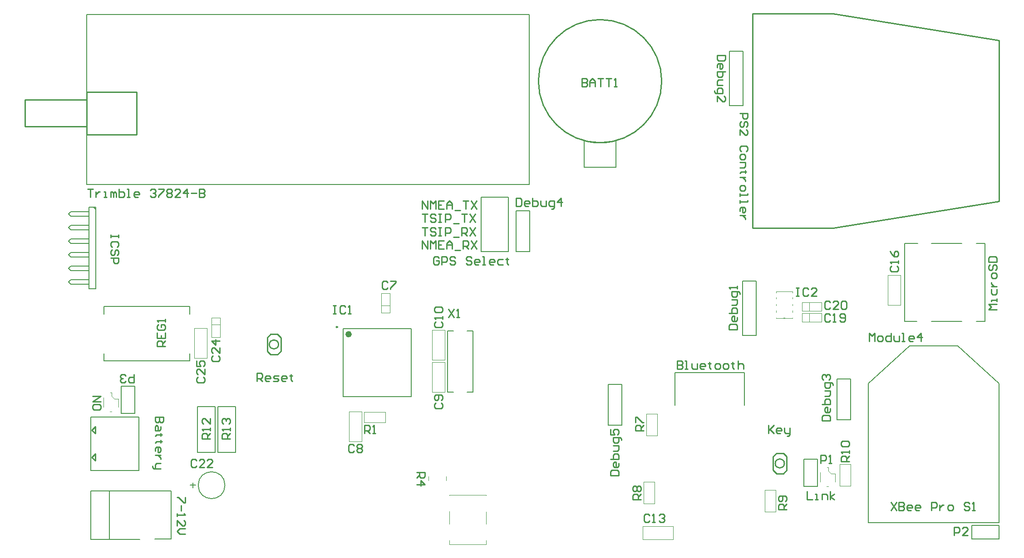
<source format=gto>
%FSLAX25Y25*%
%MOIN*%
G70*
G01*
G75*
G04 Layer_Color=65535*
%ADD10R,0.03150X0.04724*%
%ADD11R,0.06693X0.04921*%
G04:AMPARAMS|DCode=12|XSize=70.87mil|YSize=57.09mil|CornerRadius=0mil|HoleSize=0mil|Usage=FLASHONLY|Rotation=180.000|XOffset=0mil|YOffset=0mil|HoleType=Round|Shape=Octagon|*
%AMOCTAGOND12*
4,1,8,-0.03543,0.01427,-0.03543,-0.01427,-0.02116,-0.02854,0.02116,-0.02854,0.03543,-0.01427,0.03543,0.01427,0.02116,0.02854,-0.02116,0.02854,-0.03543,0.01427,0.0*
%
%ADD12OCTAGOND12*%

G04:AMPARAMS|DCode=13|XSize=59.06mil|YSize=31.5mil|CornerRadius=0mil|HoleSize=0mil|Usage=FLASHONLY|Rotation=180.000|XOffset=0mil|YOffset=0mil|HoleType=Round|Shape=Octagon|*
%AMOCTAGOND13*
4,1,8,-0.02953,0.00787,-0.02953,-0.00787,-0.02165,-0.01575,0.02165,-0.01575,0.02953,-0.00787,0.02953,0.00787,0.02165,0.01575,-0.02165,0.01575,-0.02953,0.00787,0.0*
%
%ADD13OCTAGOND13*%

%ADD14R,0.05906X0.03150*%
G04:AMPARAMS|DCode=15|XSize=70.87mil|YSize=43.31mil|CornerRadius=0mil|HoleSize=0mil|Usage=FLASHONLY|Rotation=270.000|XOffset=0mil|YOffset=0mil|HoleType=Round|Shape=Octagon|*
%AMOCTAGOND15*
4,1,8,-0.01083,-0.03543,0.01083,-0.03543,0.02165,-0.02461,0.02165,0.02461,0.01083,0.03543,-0.01083,0.03543,-0.02165,0.02461,-0.02165,-0.02461,-0.01083,-0.03543,0.0*
%
%ADD15OCTAGOND15*%

%ADD16O,0.05906X0.03937*%
%ADD17R,0.05906X0.03937*%
%ADD18O,0.03937X0.05906*%
%ADD19R,0.04921X0.06693*%
%ADD20R,0.05118X0.04134*%
G04:AMPARAMS|DCode=21|XSize=47.24mil|YSize=39.37mil|CornerRadius=0mil|HoleSize=0mil|Usage=FLASHONLY|Rotation=270.000|XOffset=0mil|YOffset=0mil|HoleType=Round|Shape=Octagon|*
%AMOCTAGOND21*
4,1,8,-0.00984,-0.02362,0.00984,-0.02362,0.01969,-0.01378,0.01969,0.01378,0.00984,0.02362,-0.00984,0.02362,-0.01969,0.01378,-0.01969,-0.01378,-0.00984,-0.02362,0.0*
%
%ADD21OCTAGOND21*%

G04:AMPARAMS|DCode=22|XSize=39.37mil|YSize=25.59mil|CornerRadius=0mil|HoleSize=0mil|Usage=FLASHONLY|Rotation=270.000|XOffset=0mil|YOffset=0mil|HoleType=Round|Shape=Octagon|*
%AMOCTAGOND22*
4,1,8,-0.00640,-0.01969,0.00640,-0.01969,0.01280,-0.01329,0.01280,0.01329,0.00640,0.01969,-0.00640,0.01969,-0.01280,0.01329,-0.01280,-0.01329,-0.00640,-0.01969,0.0*
%
%ADD22OCTAGOND22*%

G04:AMPARAMS|DCode=23|XSize=39.37mil|YSize=19.69mil|CornerRadius=0mil|HoleSize=0mil|Usage=FLASHONLY|Rotation=270.000|XOffset=0mil|YOffset=0mil|HoleType=Round|Shape=Octagon|*
%AMOCTAGOND23*
4,1,8,-0.00492,-0.01969,0.00492,-0.01969,0.00984,-0.01476,0.00984,0.01476,0.00492,0.01969,-0.00492,0.01969,-0.00984,0.01476,-0.00984,-0.01476,-0.00492,-0.01969,0.0*
%
%ADD23OCTAGOND23*%

%ADD24R,0.04134X0.05118*%
%ADD25R,0.07874X0.23622*%
%ADD26R,0.09055X0.04685*%
%ADD27R,0.30299X0.25598*%
%ADD28R,0.04724X0.03150*%
%ADD29R,0.01969X0.09843*%
%ADD30R,0.07874X0.09843*%
%ADD31O,0.00984X0.06102*%
%ADD32O,0.06102X0.00984*%
%ADD33O,0.04134X0.02165*%
%ADD34R,0.04134X0.02165*%
%ADD35C,0.02000*%
%ADD36C,0.01000*%
%ADD37C,0.00787*%
%ADD38C,0.03937*%
%ADD39C,0.01732*%
%ADD40C,0.01181*%
%ADD41C,0.01575*%
%ADD42C,0.19685*%
%ADD43R,0.11811X0.11811*%
%ADD44C,0.11811*%
%ADD45R,0.05906X0.05906*%
%ADD46C,0.05906*%
%ADD47R,0.05906X0.05906*%
%ADD48R,0.06890X0.06890*%
%ADD49C,0.06890*%
%ADD50C,0.06496*%
%ADD51C,0.07874*%
%ADD52O,0.09843X0.07874*%
%ADD53R,0.04921X0.04921*%
%ADD54C,0.04921*%
%ADD55R,0.04724X0.04724*%
%ADD56C,0.04724*%
%ADD57C,0.03937*%
%ADD58C,0.08858*%
%ADD59R,0.08858X0.08858*%
%ADD60C,0.15748*%
%ADD61C,0.05000*%
%ADD62C,0.02701*%
G04:AMPARAMS|DCode=63|XSize=39.37mil|YSize=25.59mil|CornerRadius=0mil|HoleSize=0mil|Usage=FLASHONLY|Rotation=180.000|XOffset=0mil|YOffset=0mil|HoleType=Round|Shape=Octagon|*
%AMOCTAGOND63*
4,1,8,-0.01969,0.00640,-0.01969,-0.00640,-0.01329,-0.01280,0.01329,-0.01280,0.01969,-0.00640,0.01969,0.00640,0.01329,0.01280,-0.01329,0.01280,-0.01969,0.00640,0.0*
%
%ADD63OCTAGOND63*%

G04:AMPARAMS|DCode=64|XSize=39.37mil|YSize=19.69mil|CornerRadius=0mil|HoleSize=0mil|Usage=FLASHONLY|Rotation=180.000|XOffset=0mil|YOffset=0mil|HoleType=Round|Shape=Octagon|*
%AMOCTAGOND64*
4,1,8,-0.01969,0.00492,-0.01969,-0.00492,-0.01476,-0.00984,0.01476,-0.00984,0.01969,-0.00492,0.01969,0.00492,0.01476,0.00984,-0.01476,0.00984,-0.01969,0.00492,0.0*
%
%ADD64OCTAGOND64*%

%ADD65R,0.04724X0.09449*%
%ADD66R,0.04724X0.04724*%
%ADD67R,0.07874X0.07874*%
%ADD68R,0.11000X0.15000*%
%ADD69C,0.02362*%
%ADD70C,0.00984*%
%ADD71C,0.00197*%
%ADD72C,0.00394*%
%ADD73C,0.00591*%
D36*
X423776Y342118D02*
G03*
X423776Y342118I-45276J0D01*
G01*
X366771Y298345D02*
G03*
X390229Y298345I11729J43773D01*
G01*
X513854Y61000D02*
G03*
X513854Y61000I-3354J0D01*
G01*
X142354Y148500D02*
G03*
X142354Y148500I-3354J0D01*
G01*
X508000Y68500D02*
X513000D01*
X505500Y66000D02*
X508000Y68500D01*
X505500Y56000D02*
Y66000D01*
Y56000D02*
X508000Y53500D01*
X513000D01*
X515500Y56000D01*
Y66000D01*
X513000Y68500D02*
X515500Y66000D01*
X1516Y302748D02*
Y334244D01*
X-43760Y308654D02*
Y328339D01*
X1516D01*
X-43760Y308654D02*
X1516D01*
Y334244D02*
X38248D01*
X1516Y302748D02*
X38248D01*
Y334244D01*
X136500Y141000D02*
X141500D01*
X144000Y143500D01*
Y153500D01*
X141500Y156000D02*
X144000Y153500D01*
X136500Y156000D02*
X141500D01*
X134000Y153500D02*
X136500Y156000D01*
X134000Y143500D02*
Y153500D01*
Y143500D02*
X136500Y141000D01*
X5201Y65500D02*
X7701Y63000D01*
Y68000D01*
X5201Y65500D02*
X7701Y68000D01*
X5201Y85500D02*
X7701Y83000D01*
Y88000D01*
X5201Y85500D02*
X7701Y88000D01*
X549425Y391740D02*
X671472Y372055D01*
X490370Y391740D02*
X549425D01*
X490370Y234260D02*
Y391740D01*
Y234260D02*
X549425D01*
X671472Y253945D01*
Y372055D01*
X267274Y174498D02*
X271273Y168500D01*
Y174498D02*
X267274Y168500D01*
X273272D02*
X275271D01*
X274272D01*
Y174498D01*
X273272Y173498D01*
X502000Y88998D02*
Y83000D01*
Y84999D01*
X505999Y88998D01*
X503000Y85999D01*
X505999Y83000D01*
X510997D02*
X508998D01*
X507998Y84000D01*
Y85999D01*
X508998Y86999D01*
X510997D01*
X511997Y85999D01*
Y84999D01*
X507998D01*
X513996Y86999D02*
Y84000D01*
X514996Y83000D01*
X517995D01*
Y82000D01*
X516995Y81001D01*
X515996D01*
X517995Y83000D02*
Y86999D01*
X126500Y121500D02*
Y127498D01*
X129499D01*
X130499Y126498D01*
Y124499D01*
X129499Y123499D01*
X126500D01*
X128499D02*
X130499Y121500D01*
X135497D02*
X133498D01*
X132498Y122500D01*
Y124499D01*
X133498Y125499D01*
X135497D01*
X136497Y124499D01*
Y123499D01*
X132498D01*
X138496Y121500D02*
X141495D01*
X142495Y122500D01*
X141495Y123499D01*
X139496D01*
X138496Y124499D01*
X139496Y125499D01*
X142495D01*
X147493Y121500D02*
X145494D01*
X144494Y122500D01*
Y124499D01*
X145494Y125499D01*
X147493D01*
X148493Y124499D01*
Y123499D01*
X144494D01*
X151492Y126498D02*
Y125499D01*
X150492D01*
X152492D01*
X151492D01*
Y122500D01*
X152492Y121500D01*
X59201Y147000D02*
X53203D01*
Y149999D01*
X54202Y150999D01*
X56202D01*
X57201Y149999D01*
Y147000D01*
Y148999D02*
X59201Y150999D01*
X53203Y156997D02*
Y152998D01*
X59201D01*
Y156997D01*
X56202Y152998D02*
Y154997D01*
X54202Y162995D02*
X53203Y161995D01*
Y159996D01*
X54202Y158996D01*
X58201D01*
X59201Y159996D01*
Y161995D01*
X58201Y162995D01*
X56202D01*
Y160995D01*
X59201Y164994D02*
Y166993D01*
Y165994D01*
X53203D01*
X54202Y164994D01*
X106701Y79000D02*
X100703D01*
Y81999D01*
X101702Y82999D01*
X103702D01*
X104701Y81999D01*
Y79000D01*
Y80999D02*
X106701Y82999D01*
Y84998D02*
Y86997D01*
Y85998D01*
X100703D01*
X101702Y84998D01*
Y89996D02*
X100703Y90996D01*
Y92996D01*
X101702Y93995D01*
X102702D01*
X103702Y92996D01*
Y91996D01*
Y92996D01*
X104701Y93995D01*
X105701D01*
X106701Y92996D01*
Y90996D01*
X105701Y89996D01*
X92201Y79000D02*
X86203D01*
Y81999D01*
X87202Y82999D01*
X89202D01*
X90201Y81999D01*
Y79000D01*
Y80999D02*
X92201Y82999D01*
Y84998D02*
Y86997D01*
Y85998D01*
X86203D01*
X87202Y84998D01*
X92201Y93995D02*
Y89996D01*
X88202Y93995D01*
X87202D01*
X86203Y92996D01*
Y90996D01*
X87202Y89996D01*
X561500Y62500D02*
X555502D01*
Y65499D01*
X556502Y66499D01*
X558501D01*
X559501Y65499D01*
Y62500D01*
Y64499D02*
X561500Y66499D01*
Y68498D02*
Y70497D01*
Y69498D01*
X555502D01*
X556502Y68498D01*
Y73496D02*
X555502Y74496D01*
Y76495D01*
X556502Y77495D01*
X560500D01*
X561500Y76495D01*
Y74496D01*
X560500Y73496D01*
X556502D01*
X515500Y27000D02*
X509502D01*
Y29999D01*
X510502Y30999D01*
X512501D01*
X513501Y29999D01*
Y27000D01*
Y28999D02*
X515500Y30999D01*
X514500Y32998D02*
X515500Y33998D01*
Y35997D01*
X514500Y36997D01*
X510502D01*
X509502Y35997D01*
Y33998D01*
X510502Y32998D01*
X511501D01*
X512501Y33998D01*
Y36997D01*
X408500Y34500D02*
X402502D01*
Y37499D01*
X403502Y38499D01*
X405501D01*
X406501Y37499D01*
Y34500D01*
Y36499D02*
X408500Y38499D01*
X403502Y40498D02*
X402502Y41498D01*
Y43497D01*
X403502Y44497D01*
X404501D01*
X405501Y43497D01*
X406501Y44497D01*
X407500D01*
X408500Y43497D01*
Y41498D01*
X407500Y40498D01*
X406501D01*
X405501Y41498D01*
X404501Y40498D01*
X403502D01*
X405501Y41498D02*
Y43497D01*
X410500Y85000D02*
X404502D01*
Y87999D01*
X405502Y88999D01*
X407501D01*
X408501Y87999D01*
Y85000D01*
Y86999D02*
X410500Y88999D01*
X404502Y90998D02*
Y94997D01*
X405502D01*
X409500Y90998D01*
X410500D01*
X243898Y54445D02*
X249896D01*
Y51446D01*
X248896Y50446D01*
X246897D01*
X245897Y51446D01*
Y54445D01*
Y52446D02*
X243898Y50446D01*
Y45448D02*
X249896D01*
X246897Y48447D01*
Y44448D01*
X205374Y83000D02*
Y88998D01*
X208373D01*
X209373Y87998D01*
Y85999D01*
X208373Y84999D01*
X205374D01*
X207373D02*
X209373Y83000D01*
X211372D02*
X213371D01*
X212372D01*
Y88998D01*
X211372Y87998D01*
X36201Y126323D02*
Y120325D01*
X33202D01*
X32202Y121325D01*
Y123324D01*
X33202Y124323D01*
X36201D01*
X30203Y121325D02*
X29203Y120325D01*
X27204D01*
X26204Y121325D01*
Y122324D01*
X27204Y123324D01*
X28203D01*
X27204D01*
X26204Y124323D01*
Y125323D01*
X27204Y126323D01*
X29203D01*
X30203Y125323D01*
X638500Y8000D02*
Y13998D01*
X641499D01*
X642499Y12998D01*
Y10999D01*
X641499Y9999D01*
X638500D01*
X648497Y8000D02*
X644498D01*
X648497Y11999D01*
Y12998D01*
X647497Y13998D01*
X645498D01*
X644498Y12998D01*
X540500Y61000D02*
Y66998D01*
X543499D01*
X544499Y65998D01*
Y63999D01*
X543499Y62999D01*
X540500D01*
X546498Y61000D02*
X548497D01*
X547498D01*
Y66998D01*
X546498Y65998D01*
X481000Y318500D02*
X486998D01*
Y315501D01*
X485998Y314501D01*
X483999D01*
X482999Y315501D01*
Y318500D01*
X485998Y308503D02*
X486998Y309503D01*
Y311502D01*
X485998Y312502D01*
X484999D01*
X483999Y311502D01*
Y309503D01*
X482999Y308503D01*
X482000D01*
X481000Y309503D01*
Y311502D01*
X482000Y312502D01*
X481000Y302505D02*
Y306504D01*
X484999Y302505D01*
X485998D01*
X486998Y303505D01*
Y305504D01*
X485998Y306504D01*
Y290509D02*
X486998Y291509D01*
Y293508D01*
X485998Y294508D01*
X482000D01*
X481000Y293508D01*
Y291509D01*
X482000Y290509D01*
X481000Y287510D02*
Y285511D01*
X482000Y284511D01*
X483999D01*
X484999Y285511D01*
Y287510D01*
X483999Y288510D01*
X482000D01*
X481000Y287510D01*
Y282512D02*
X484999D01*
Y279513D01*
X483999Y278513D01*
X481000D01*
X485998Y275514D02*
X484999D01*
Y276514D01*
Y274514D01*
Y275514D01*
X482000D01*
X481000Y274514D01*
X484999Y271515D02*
X481000D01*
X482999D01*
X483999Y270515D01*
X484999Y269516D01*
Y268516D01*
X481000Y264517D02*
Y262518D01*
X482000Y261518D01*
X483999D01*
X484999Y262518D01*
Y264517D01*
X483999Y265517D01*
X482000D01*
X481000Y264517D01*
Y259519D02*
Y257520D01*
Y258519D01*
X486998D01*
Y259519D01*
X481000Y254521D02*
Y252521D01*
Y253521D01*
X486998D01*
Y254521D01*
X481000Y246523D02*
Y248523D01*
X482000Y249522D01*
X483999D01*
X484999Y248523D01*
Y246523D01*
X483999Y245524D01*
X482999D01*
Y249522D01*
X484999Y243524D02*
X481000D01*
X482999D01*
X483999Y242525D01*
X484999Y241525D01*
Y240525D01*
X669976Y174051D02*
X663978D01*
X665978Y176050D01*
X663978Y178050D01*
X669976D01*
Y180049D02*
Y182049D01*
Y181049D01*
X665978D01*
Y180049D01*
Y189046D02*
Y186047D01*
X666977Y185048D01*
X668977D01*
X669976Y186047D01*
Y189046D01*
X665978Y191046D02*
X669976D01*
X667977D01*
X666977Y192045D01*
X665978Y193045D01*
Y194045D01*
X669976Y198043D02*
Y200043D01*
X668977Y201042D01*
X666977D01*
X665978Y200043D01*
Y198043D01*
X666977Y197044D01*
X668977D01*
X669976Y198043D01*
X664978Y207041D02*
X663978Y206041D01*
Y204042D01*
X664978Y203042D01*
X665978D01*
X666977Y204042D01*
Y206041D01*
X667977Y207041D01*
X668977D01*
X669976Y206041D01*
Y204042D01*
X668977Y203042D01*
X663978Y209040D02*
X669976D01*
Y212039D01*
X668977Y213038D01*
X664978D01*
X663978Y212039D01*
Y209040D01*
X576100Y150800D02*
Y156798D01*
X578099Y154799D01*
X580099Y156798D01*
Y150800D01*
X583098D02*
X585097D01*
X586097Y151800D01*
Y153799D01*
X585097Y154799D01*
X583098D01*
X582098Y153799D01*
Y151800D01*
X583098Y150800D01*
X592095Y156798D02*
Y150800D01*
X589096D01*
X588096Y151800D01*
Y153799D01*
X589096Y154799D01*
X592095D01*
X594094D02*
Y151800D01*
X595094Y150800D01*
X598093D01*
Y154799D01*
X600092Y150800D02*
X602092D01*
X601092D01*
Y156798D01*
X600092D01*
X608090Y150800D02*
X606090D01*
X605091Y151800D01*
Y153799D01*
X606090Y154799D01*
X608090D01*
X609089Y153799D01*
Y152799D01*
X605091D01*
X614088Y150800D02*
Y156798D01*
X611089Y153799D01*
X615087D01*
X435000Y136498D02*
Y130500D01*
X437999D01*
X438999Y131500D01*
Y132499D01*
X437999Y133499D01*
X435000D01*
X437999D01*
X438999Y134499D01*
Y135498D01*
X437999Y136498D01*
X435000D01*
X440998Y130500D02*
X442997D01*
X441998D01*
Y136498D01*
X440998D01*
X445996Y134499D02*
Y131500D01*
X446996Y130500D01*
X449995D01*
Y134499D01*
X454993Y130500D02*
X452994D01*
X451995Y131500D01*
Y133499D01*
X452994Y134499D01*
X454993D01*
X455993Y133499D01*
Y132499D01*
X451995D01*
X458992Y135498D02*
Y134499D01*
X457993D01*
X459992D01*
X458992D01*
Y131500D01*
X459992Y130500D01*
X463991D02*
X465990D01*
X466990Y131500D01*
Y133499D01*
X465990Y134499D01*
X463991D01*
X462991Y133499D01*
Y131500D01*
X463991Y130500D01*
X469989D02*
X471988D01*
X472988Y131500D01*
Y133499D01*
X471988Y134499D01*
X469989D01*
X468989Y133499D01*
Y131500D01*
X469989Y130500D01*
X475987Y135498D02*
Y134499D01*
X474987D01*
X476986D01*
X475987D01*
Y131500D01*
X476986Y130500D01*
X479985Y136498D02*
Y130500D01*
Y133499D01*
X480985Y134499D01*
X482984D01*
X483984Y133499D01*
Y130500D01*
X2213Y262786D02*
X6211D01*
X4212D01*
Y256787D01*
X8211Y260786D02*
Y256787D01*
Y258787D01*
X9210Y259786D01*
X10210Y260786D01*
X11210D01*
X14209Y256787D02*
X16208D01*
X15208D01*
Y260786D01*
X14209D01*
X19207Y256787D02*
Y260786D01*
X20207D01*
X21206Y259786D01*
Y256787D01*
Y259786D01*
X22206Y260786D01*
X23206Y259786D01*
Y256787D01*
X25205Y262786D02*
Y256787D01*
X28204D01*
X29204Y257787D01*
Y258787D01*
Y259786D01*
X28204Y260786D01*
X25205D01*
X31203Y256787D02*
X33203D01*
X32203D01*
Y262786D01*
X31203D01*
X39201Y256787D02*
X37201D01*
X36202Y257787D01*
Y259786D01*
X37201Y260786D01*
X39201D01*
X40200Y259786D01*
Y258787D01*
X36202D01*
X48198Y261786D02*
X49197Y262786D01*
X51197D01*
X52196Y261786D01*
Y260786D01*
X51197Y259786D01*
X50197D01*
X51197D01*
X52196Y258787D01*
Y257787D01*
X51197Y256787D01*
X49197D01*
X48198Y257787D01*
X54196Y262786D02*
X58195D01*
Y261786D01*
X54196Y257787D01*
Y256787D01*
X60194Y261786D02*
X61194Y262786D01*
X63193D01*
X64193Y261786D01*
Y260786D01*
X63193Y259786D01*
X64193Y258787D01*
Y257787D01*
X63193Y256787D01*
X61194D01*
X60194Y257787D01*
Y258787D01*
X61194Y259786D01*
X60194Y260786D01*
Y261786D01*
X61194Y259786D02*
X63193D01*
X70191Y256787D02*
X66192D01*
X70191Y260786D01*
Y261786D01*
X69191Y262786D01*
X67192D01*
X66192Y261786D01*
X75189Y256787D02*
Y262786D01*
X72190Y259786D01*
X76189D01*
X78188D02*
X82187D01*
X84186Y262786D02*
Y256787D01*
X87185D01*
X88185Y257787D01*
Y258787D01*
X87185Y259786D01*
X84186D01*
X87185D01*
X88185Y260786D01*
Y261786D01*
X87185Y262786D01*
X84186D01*
X5703Y103499D02*
Y101500D01*
X6702Y100500D01*
X10701D01*
X11701Y101500D01*
Y103499D01*
X10701Y104499D01*
X6702D01*
X5703Y103499D01*
X11701Y106498D02*
X5703D01*
X11701Y110497D01*
X5703D01*
X530500Y40498D02*
Y34500D01*
X534499D01*
X536498D02*
X538497D01*
X537498D01*
Y38499D01*
X536498D01*
X541496Y34500D02*
Y38499D01*
X544495D01*
X545495Y37499D01*
Y34500D01*
X547495D02*
Y40498D01*
Y36499D02*
X550493Y38499D01*
X547495Y36499D02*
X550493Y34500D01*
X260211Y212286D02*
X259212Y213285D01*
X257212D01*
X256213Y212286D01*
Y208287D01*
X257212Y207287D01*
X259212D01*
X260211Y208287D01*
Y210286D01*
X258212D01*
X262211Y207287D02*
Y213285D01*
X265210D01*
X266209Y212286D01*
Y210286D01*
X265210Y209287D01*
X262211D01*
X272207Y212286D02*
X271208Y213285D01*
X269208D01*
X268209Y212286D01*
Y211286D01*
X269208Y210286D01*
X271208D01*
X272207Y209287D01*
Y208287D01*
X271208Y207287D01*
X269208D01*
X268209Y208287D01*
X284204Y212286D02*
X283204Y213285D01*
X281205D01*
X280205Y212286D01*
Y211286D01*
X281205Y210286D01*
X283204D01*
X284204Y209287D01*
Y208287D01*
X283204Y207287D01*
X281205D01*
X280205Y208287D01*
X289202Y207287D02*
X287203D01*
X286203Y208287D01*
Y210286D01*
X287203Y211286D01*
X289202D01*
X290202Y210286D01*
Y209287D01*
X286203D01*
X292201Y207287D02*
X294200D01*
X293201D01*
Y213285D01*
X292201D01*
X300198Y207287D02*
X298199D01*
X297199Y208287D01*
Y210286D01*
X298199Y211286D01*
X300198D01*
X301198Y210286D01*
Y209287D01*
X297199D01*
X307196Y211286D02*
X304197D01*
X303197Y210286D01*
Y208287D01*
X304197Y207287D01*
X307196D01*
X310195Y212286D02*
Y211286D01*
X309195D01*
X311195D01*
X310195D01*
Y208287D01*
X311195Y207287D01*
X522500Y189998D02*
X524499D01*
X523500D01*
Y184000D01*
X522500D01*
X524499D01*
X531497Y188998D02*
X530497Y189998D01*
X528498D01*
X527498Y188998D01*
Y185000D01*
X528498Y184000D01*
X530497D01*
X531497Y185000D01*
X537495Y184000D02*
X533496D01*
X537495Y187999D01*
Y188998D01*
X536495Y189998D01*
X534496D01*
X533496Y188998D01*
X182574Y177298D02*
X184573D01*
X183574D01*
Y171300D01*
X182574D01*
X184573D01*
X191571Y176298D02*
X190571Y177298D01*
X188572D01*
X187572Y176298D01*
Y172300D01*
X188572Y171300D01*
X190571D01*
X191571Y172300D01*
X193570Y171300D02*
X195570D01*
X194570D01*
Y177298D01*
X193570Y176298D01*
X24998Y229000D02*
Y227001D01*
Y228000D01*
X19000D01*
Y229000D01*
Y227001D01*
X23998Y220003D02*
X24998Y221003D01*
Y223002D01*
X23998Y224002D01*
X20000D01*
X19000Y223002D01*
Y221003D01*
X20000Y220003D01*
X23998Y214005D02*
X24998Y215004D01*
Y217004D01*
X23998Y218004D01*
X22999D01*
X21999Y217004D01*
Y215004D01*
X20999Y214005D01*
X20000D01*
X19000Y215004D01*
Y217004D01*
X20000Y218004D01*
X19000Y212005D02*
X24998D01*
Y209007D01*
X23998Y208007D01*
X21999D01*
X20999Y209007D01*
Y212005D01*
X73699Y36000D02*
Y32001D01*
X72699D01*
X68700Y36000D01*
X67701D01*
X70700Y30002D02*
Y26003D01*
X67701Y24004D02*
Y22005D01*
Y23004D01*
X73699D01*
X72699Y24004D01*
X67701Y15007D02*
Y19005D01*
X71700Y15007D01*
X72699D01*
X73699Y16006D01*
Y18006D01*
X72699Y19005D01*
X73699Y13007D02*
X69700D01*
X67701Y11008D01*
X69700Y9009D01*
X73699D01*
X57699Y95000D02*
X51701D01*
Y92001D01*
X52701Y91001D01*
X53700D01*
X54700Y92001D01*
Y95000D01*
Y92001D01*
X55699Y91001D01*
X56699D01*
X57699Y92001D01*
Y95000D01*
X55699Y88002D02*
Y86003D01*
X54700Y85003D01*
X51701D01*
Y88002D01*
X52701Y89002D01*
X53700Y88002D01*
Y85003D01*
X56699Y82004D02*
X55699D01*
Y83004D01*
Y81005D01*
Y82004D01*
X52701D01*
X51701Y81005D01*
X56699Y77006D02*
X55699D01*
Y78005D01*
Y76006D01*
Y77006D01*
X52701D01*
X51701Y76006D01*
Y70008D02*
Y72007D01*
X52701Y73007D01*
X54700D01*
X55699Y72007D01*
Y70008D01*
X54700Y69008D01*
X53700D01*
Y73007D01*
X55699Y67009D02*
X51701D01*
X53700D01*
X54700Y66009D01*
X55699Y65010D01*
Y64010D01*
Y61011D02*
X52701D01*
X51701Y60011D01*
Y57012D01*
X50701D01*
X49701Y58012D01*
Y59012D01*
X51701Y57012D02*
X55699D01*
X386002Y52000D02*
X392000D01*
Y54999D01*
X391000Y55999D01*
X387002D01*
X386002Y54999D01*
Y52000D01*
X392000Y60997D02*
Y58998D01*
X391000Y57998D01*
X389001D01*
X388001Y58998D01*
Y60997D01*
X389001Y61997D01*
X390001D01*
Y57998D01*
X386002Y63996D02*
X392000D01*
Y66995D01*
X391000Y67995D01*
X390001D01*
X389001D01*
X388001Y66995D01*
Y63996D01*
Y69994D02*
X391000D01*
X392000Y70994D01*
Y73993D01*
X388001D01*
X393999Y77992D02*
Y78991D01*
X393000Y79991D01*
X388001D01*
Y76992D01*
X389001Y75992D01*
X391000D01*
X392000Y76992D01*
Y79991D01*
X386002Y85989D02*
Y81990D01*
X389001D01*
X388001Y83990D01*
Y84989D01*
X389001Y85989D01*
X391000D01*
X392000Y84989D01*
Y82990D01*
X391000Y81990D01*
X316713Y256286D02*
Y250287D01*
X319712D01*
X320711Y251287D01*
Y255286D01*
X319712Y256286D01*
X316713D01*
X325710Y250287D02*
X323710D01*
X322711Y251287D01*
Y253286D01*
X323710Y254286D01*
X325710D01*
X326709Y253286D01*
Y252287D01*
X322711D01*
X328709Y256286D02*
Y250287D01*
X331708D01*
X332707Y251287D01*
Y252287D01*
Y253286D01*
X331708Y254286D01*
X328709D01*
X334707D02*
Y251287D01*
X335706Y250287D01*
X338705D01*
Y254286D01*
X342704Y248288D02*
X343704D01*
X344704Y249288D01*
Y254286D01*
X341705D01*
X340705Y253286D01*
Y251287D01*
X341705Y250287D01*
X344704D01*
X349702D02*
Y256286D01*
X346703Y253286D01*
X350702D01*
X541502Y92500D02*
X547500D01*
Y95499D01*
X546500Y96499D01*
X542502D01*
X541502Y95499D01*
Y92500D01*
X547500Y101497D02*
Y99498D01*
X546500Y98498D01*
X544501D01*
X543501Y99498D01*
Y101497D01*
X544501Y102497D01*
X545501D01*
Y98498D01*
X541502Y104496D02*
X547500D01*
Y107495D01*
X546500Y108495D01*
X545501D01*
X544501D01*
X543501Y107495D01*
Y104496D01*
Y110494D02*
X546500D01*
X547500Y111494D01*
Y114493D01*
X543501D01*
X549499Y118492D02*
Y119491D01*
X548500Y120491D01*
X543501D01*
Y117492D01*
X544501Y116492D01*
X546500D01*
X547500Y117492D01*
Y120491D01*
X542502Y122490D02*
X541502Y123490D01*
Y125489D01*
X542502Y126489D01*
X543501D01*
X544501Y125489D01*
Y124490D01*
Y125489D01*
X545501Y126489D01*
X546500D01*
X547500Y125489D01*
Y123490D01*
X546500Y122490D01*
X470498Y361000D02*
X464500D01*
Y358001D01*
X465500Y357001D01*
X469498D01*
X470498Y358001D01*
Y361000D01*
X464500Y352003D02*
Y354002D01*
X465500Y355002D01*
X467499D01*
X468499Y354002D01*
Y352003D01*
X467499Y351003D01*
X466499D01*
Y355002D01*
X470498Y349004D02*
X464500D01*
Y346005D01*
X465500Y345005D01*
X466499D01*
X467499D01*
X468499Y346005D01*
Y349004D01*
Y343006D02*
X465500D01*
X464500Y342006D01*
Y339007D01*
X468499D01*
X462501Y335008D02*
Y334009D01*
X463500Y333009D01*
X468499D01*
Y336008D01*
X467499Y337008D01*
X465500D01*
X464500Y336008D01*
Y333009D01*
Y327011D02*
Y331010D01*
X468499Y327011D01*
X469498D01*
X470498Y328011D01*
Y330010D01*
X469498Y331010D01*
X473002Y159500D02*
X479000D01*
Y162499D01*
X478000Y163499D01*
X474002D01*
X473002Y162499D01*
Y159500D01*
X479000Y168497D02*
Y166498D01*
X478000Y165498D01*
X476001D01*
X475001Y166498D01*
Y168497D01*
X476001Y169497D01*
X477001D01*
Y165498D01*
X473002Y171496D02*
X479000D01*
Y174495D01*
X478000Y175495D01*
X477001D01*
X476001D01*
X475001Y174495D01*
Y171496D01*
Y177494D02*
X478000D01*
X479000Y178494D01*
Y181493D01*
X475001D01*
X480999Y185492D02*
Y186491D01*
X480000Y187491D01*
X475001D01*
Y184492D01*
X476001Y183492D01*
X478000D01*
X479000Y184492D01*
Y187491D01*
Y189490D02*
Y191490D01*
Y190490D01*
X473002D01*
X474002Y189490D01*
X83202Y124499D02*
X82203Y123499D01*
Y121500D01*
X83202Y120500D01*
X87201D01*
X88201Y121500D01*
Y123499D01*
X87201Y124499D01*
X88201Y130497D02*
Y126498D01*
X84202Y130497D01*
X83202D01*
X82203Y129497D01*
Y127498D01*
X83202Y126498D01*
X82203Y136495D02*
Y132496D01*
X85202D01*
X84202Y134495D01*
Y135495D01*
X85202Y136495D01*
X87201D01*
X88201Y135495D01*
Y133496D01*
X87201Y132496D01*
X94202Y139999D02*
X93203Y138999D01*
Y137000D01*
X94202Y136000D01*
X98201D01*
X99201Y137000D01*
Y138999D01*
X98201Y139999D01*
X99201Y145997D02*
Y141998D01*
X95202Y145997D01*
X94202D01*
X93203Y144997D01*
Y142998D01*
X94202Y141998D01*
X99201Y150995D02*
X93203D01*
X96202Y147996D01*
Y151995D01*
X81999Y63198D02*
X81000Y64198D01*
X79001D01*
X78001Y63198D01*
Y59200D01*
X79001Y58200D01*
X81000D01*
X81999Y59200D01*
X87998Y58200D02*
X83999D01*
X87998Y62199D01*
Y63198D01*
X86998Y64198D01*
X84999D01*
X83999Y63198D01*
X93996Y58200D02*
X89997D01*
X93996Y62199D01*
Y63198D01*
X92996Y64198D01*
X90997D01*
X89997Y63198D01*
X547499Y179498D02*
X546499Y180498D01*
X544500D01*
X543500Y179498D01*
Y175500D01*
X544500Y174500D01*
X546499D01*
X547499Y175500D01*
X553497Y174500D02*
X549498D01*
X553497Y178499D01*
Y179498D01*
X552497Y180498D01*
X550498D01*
X549498Y179498D01*
X555496D02*
X556496Y180498D01*
X558495D01*
X559495Y179498D01*
Y175500D01*
X558495Y174500D01*
X556496D01*
X555496Y175500D01*
Y179498D01*
X547499Y169998D02*
X546499Y170998D01*
X544500D01*
X543500Y169998D01*
Y166000D01*
X544500Y165000D01*
X546499D01*
X547499Y166000D01*
X549498Y165000D02*
X551497D01*
X550498D01*
Y170998D01*
X549498Y169998D01*
X554496Y166000D02*
X555496Y165000D01*
X557495D01*
X558495Y166000D01*
Y169998D01*
X557495Y170998D01*
X555496D01*
X554496Y169998D01*
Y168999D01*
X555496Y167999D01*
X558495D01*
X592478Y206050D02*
X591478Y205050D01*
Y203051D01*
X592478Y202051D01*
X596477D01*
X597476Y203051D01*
Y205050D01*
X596477Y206050D01*
X597476Y208049D02*
Y210049D01*
Y209049D01*
X591478D01*
X592478Y208049D01*
X591478Y217046D02*
X592478Y215047D01*
X594477Y213048D01*
X596477D01*
X597476Y214047D01*
Y216047D01*
X596477Y217046D01*
X595477D01*
X594477Y216047D01*
Y213048D01*
X414799Y22898D02*
X413799Y23898D01*
X411800D01*
X410800Y22898D01*
Y18900D01*
X411800Y17900D01*
X413799D01*
X414799Y18900D01*
X416798Y17900D02*
X418797D01*
X417798D01*
Y23898D01*
X416798Y22898D01*
X421796D02*
X422796Y23898D01*
X424795D01*
X425795Y22898D01*
Y21899D01*
X424795Y20899D01*
X423796D01*
X424795D01*
X425795Y19899D01*
Y18900D01*
X424795Y17900D01*
X422796D01*
X421796Y18900D01*
X257876Y164999D02*
X256876Y163999D01*
Y162000D01*
X257876Y161000D01*
X261874D01*
X262874Y162000D01*
Y163999D01*
X261874Y164999D01*
X262874Y166998D02*
Y168997D01*
Y167998D01*
X256876D01*
X257876Y166998D01*
Y171996D02*
X256876Y172996D01*
Y174996D01*
X257876Y175995D01*
X261874D01*
X262874Y174996D01*
Y172996D01*
X261874Y171996D01*
X257876D01*
Y105499D02*
X256876Y104499D01*
Y102500D01*
X257876Y101500D01*
X261874D01*
X262874Y102500D01*
Y104499D01*
X261874Y105499D01*
Y107498D02*
X262874Y108498D01*
Y110497D01*
X261874Y111497D01*
X257876D01*
X256876Y110497D01*
Y108498D01*
X257876Y107498D01*
X258875D01*
X259875Y108498D01*
Y111497D01*
X197873Y73998D02*
X196873Y74998D01*
X194874D01*
X193874Y73998D01*
Y70000D01*
X194874Y69000D01*
X196873D01*
X197873Y70000D01*
X199872Y73998D02*
X200872Y74998D01*
X202871D01*
X203871Y73998D01*
Y72999D01*
X202871Y71999D01*
X203871Y70999D01*
Y70000D01*
X202871Y69000D01*
X200872D01*
X199872Y70000D01*
Y70999D01*
X200872Y71999D01*
X199872Y72999D01*
Y73998D01*
X200872Y71999D02*
X202871D01*
X222573Y194298D02*
X221573Y195298D01*
X219574D01*
X218574Y194298D01*
Y190300D01*
X219574Y189300D01*
X221573D01*
X222573Y190300D01*
X224572Y195298D02*
X228571D01*
Y194298D01*
X224572Y190300D01*
Y189300D01*
X365000Y343998D02*
Y338000D01*
X367999D01*
X368999Y339000D01*
Y339999D01*
X367999Y340999D01*
X365000D01*
X367999D01*
X368999Y341999D01*
Y342998D01*
X367999Y343998D01*
X365000D01*
X370998Y338000D02*
Y341999D01*
X372997Y343998D01*
X374997Y341999D01*
Y338000D01*
Y340999D01*
X370998D01*
X376996Y343998D02*
X380995D01*
X378995D01*
Y338000D01*
X382994Y343998D02*
X386993D01*
X384994D01*
Y338000D01*
X388992D02*
X390992D01*
X389992D01*
Y343998D01*
X388992Y342998D01*
X247713Y234619D02*
X251711D01*
X249712D01*
Y228621D01*
X257709Y233619D02*
X256710Y234619D01*
X254710D01*
X253711Y233619D01*
Y232620D01*
X254710Y231620D01*
X256710D01*
X257709Y230620D01*
Y229620D01*
X256710Y228621D01*
X254710D01*
X253711Y229620D01*
X259709Y234619D02*
X261708D01*
X260708D01*
Y228621D01*
X259709D01*
X261708D01*
X264707D02*
Y234619D01*
X267706D01*
X268706Y233619D01*
Y231620D01*
X267706Y230620D01*
X264707D01*
X270705Y227621D02*
X274704D01*
X276703Y228621D02*
Y234619D01*
X279702D01*
X280702Y233619D01*
Y231620D01*
X279702Y230620D01*
X276703D01*
X278703D02*
X280702Y228621D01*
X282701Y234619D02*
X286700Y228621D01*
Y234619D02*
X282701Y228621D01*
X247713Y218787D02*
Y224785D01*
X251711Y218787D01*
Y224785D01*
X253711Y218787D02*
Y224785D01*
X255710Y222786D01*
X257709Y224785D01*
Y218787D01*
X263707Y224785D02*
X259709D01*
Y218787D01*
X263707D01*
X259709Y221786D02*
X261708D01*
X265707Y218787D02*
Y222786D01*
X267706Y224785D01*
X269706Y222786D01*
Y218787D01*
Y221786D01*
X265707D01*
X271705Y217788D02*
X275704D01*
X277703Y218787D02*
Y224785D01*
X280702D01*
X281702Y223786D01*
Y221786D01*
X280702Y220787D01*
X277703D01*
X279702D02*
X281702Y218787D01*
X283701Y224785D02*
X287700Y218787D01*
Y224785D02*
X283701Y218787D01*
X247713Y244452D02*
X251711D01*
X249712D01*
Y238454D01*
X257709Y243453D02*
X256710Y244452D01*
X254710D01*
X253711Y243453D01*
Y242453D01*
X254710Y241453D01*
X256710D01*
X257709Y240453D01*
Y239454D01*
X256710Y238454D01*
X254710D01*
X253711Y239454D01*
X259709Y244452D02*
X261708D01*
X260708D01*
Y238454D01*
X259709D01*
X261708D01*
X264707D02*
Y244452D01*
X267706D01*
X268706Y243453D01*
Y241453D01*
X267706Y240453D01*
X264707D01*
X270705Y237454D02*
X274704D01*
X276703Y244452D02*
X280702D01*
X278703D01*
Y238454D01*
X282701Y244452D02*
X286700Y238454D01*
Y244452D02*
X282701Y238454D01*
X247713Y248287D02*
Y254286D01*
X251711Y248287D01*
Y254286D01*
X253711Y248287D02*
Y254286D01*
X255710Y252286D01*
X257709Y254286D01*
Y248287D01*
X263707Y254286D02*
X259709D01*
Y248287D01*
X263707D01*
X259709Y251286D02*
X261708D01*
X265707Y248287D02*
Y252286D01*
X267706Y254286D01*
X269706Y252286D01*
Y248287D01*
Y251286D01*
X265707D01*
X271705Y247288D02*
X275704D01*
X277703Y254286D02*
X281702D01*
X279702D01*
Y248287D01*
X283701Y254286D02*
X287700Y248287D01*
Y254286D02*
X283701Y248287D01*
X592000Y32498D02*
X595999Y26500D01*
Y32498D02*
X592000Y26500D01*
X597998Y32498D02*
Y26500D01*
X600997D01*
X601997Y27500D01*
Y28499D01*
X600997Y29499D01*
X597998D01*
X600997D01*
X601997Y30499D01*
Y31498D01*
X600997Y32498D01*
X597998D01*
X606995Y26500D02*
X604996D01*
X603996Y27500D01*
Y29499D01*
X604996Y30499D01*
X606995D01*
X607995Y29499D01*
Y28499D01*
X603996D01*
X612993Y26500D02*
X610994D01*
X609994Y27500D01*
Y29499D01*
X610994Y30499D01*
X612993D01*
X613993Y29499D01*
Y28499D01*
X609994D01*
X621990Y26500D02*
Y32498D01*
X624989D01*
X625989Y31498D01*
Y29499D01*
X624989Y28499D01*
X621990D01*
X627988Y30499D02*
Y26500D01*
Y28499D01*
X628988Y29499D01*
X629988Y30499D01*
X630987D01*
X634986Y26500D02*
X636985D01*
X637985Y27500D01*
Y29499D01*
X636985Y30499D01*
X634986D01*
X633986Y29499D01*
Y27500D01*
X634986Y26500D01*
X649981Y31498D02*
X648982Y32498D01*
X646982D01*
X645983Y31498D01*
Y30499D01*
X646982Y29499D01*
X648982D01*
X649981Y28499D01*
Y27500D01*
X648982Y26500D01*
X646982D01*
X645983Y27500D01*
X651981Y26500D02*
X653980D01*
X652980D01*
Y32498D01*
X651981Y31498D01*
D37*
X103043Y45000D02*
G03*
X103043Y45000I-9843J0D01*
G01*
X390311Y278657D02*
Y298343D01*
X366689Y278657D02*
X390311D01*
X366689D02*
Y298343D01*
X552500Y93000D02*
Y123000D01*
Y93000D02*
X562500D01*
Y123000D01*
X552500D02*
X562500D01*
X326713Y216787D02*
Y246787D01*
X316713D02*
X326713D01*
X316713Y216787D02*
Y246787D01*
Y216787D02*
X326713D01*
X661244Y165339D02*
Y222819D01*
X602189Y165339D02*
Y222819D01*
Y165339D02*
X611189D01*
X621689D02*
X644189D01*
X654689D02*
X661244D01*
X654709Y222819D02*
X661244D01*
X602189D02*
X611669D01*
X621689Y222839D02*
X644189D01*
X433409Y103870D02*
Y127886D01*
X484591Y103870D02*
Y127886D01*
X433409D02*
X484591D01*
X528000Y64000D02*
X538000D01*
Y44000D02*
Y64000D01*
X528000Y44000D02*
X538000D01*
X528000D02*
Y64000D01*
X651500Y5500D02*
Y15500D01*
X671500D01*
Y5500D02*
Y15500D01*
X651500Y5500D02*
X671500D01*
X326516Y265976D02*
Y390976D01*
X1516D02*
X326516D01*
X1516Y265976D02*
X326516D01*
X1516D02*
Y390976D01*
X311213Y216787D02*
Y256787D01*
X291213Y216787D02*
Y256787D01*
Y216787D02*
X311213D01*
X291213Y256787D02*
X311213D01*
X8000Y189500D02*
Y249500D01*
X6333D02*
X8000Y247833D01*
X-10333Y192833D02*
X3000D01*
X-12000Y194500D02*
X-10333Y192833D01*
X-12000Y194500D02*
X-10333Y196167D01*
X3000D01*
X-10333Y202833D02*
X3000D01*
X-12000Y204500D02*
X-10333Y202833D01*
X-12000Y204500D02*
X-10333Y206167D01*
X3000D01*
X-10333Y212833D02*
X3000D01*
X-12000Y214500D02*
X-10333Y212833D01*
X-12000Y214500D02*
X-10333Y216167D01*
X3000D01*
X-10333Y222833D02*
X3000D01*
X-12000Y224500D02*
X-10333Y222833D01*
X-12000Y224500D02*
X-10333Y226167D01*
X3000D01*
X-10333Y232833D02*
X3000D01*
X-12000Y234500D02*
X-10333Y232833D01*
X-12000Y234500D02*
X-10333Y236167D01*
X3000D01*
X-10333Y242833D02*
X3000D01*
X-12000Y244500D02*
X-10333Y242833D01*
X-12000Y244500D02*
X-10333Y246167D01*
X3000D01*
Y189500D02*
X8000D01*
X3000D02*
Y249500D01*
X8000D01*
X285126Y113559D02*
Y158441D01*
X266622Y113559D02*
X270874D01*
X266622D02*
Y158441D01*
X270874D01*
X280874D02*
X285126D01*
X280874Y113559D02*
X285126D01*
X14114Y136421D02*
X77106D01*
X14114Y176579D02*
X77106D01*
X14114Y170673D02*
Y176579D01*
Y136421D02*
Y141933D01*
X77106Y170673D02*
Y176579D01*
Y136421D02*
Y141933D01*
X95697Y69268D02*
Y102732D01*
X82705Y69268D02*
Y102732D01*
X95697D01*
X82705Y69268D02*
X95697D01*
X97705D02*
Y102732D01*
X110697Y69268D02*
Y102732D01*
X97705Y69268D02*
X110697D01*
X97705Y102732D02*
X110697D01*
X26701Y117823D02*
X36701D01*
Y97823D02*
Y117823D01*
X26701Y97823D02*
X36701D01*
X26701D02*
Y117823D01*
X4453Y5283D02*
Y40717D01*
X39886D01*
X63508D01*
X18232Y5283D02*
Y40717D01*
X4453Y5283D02*
X40453D01*
X63508Y5500D02*
Y40717D01*
X51453Y5500D02*
X63453D01*
X63508Y5555D01*
X4453Y55815D02*
Y95185D01*
X39886Y55815D02*
Y95185D01*
X4453D02*
X39886D01*
X4453Y55815D02*
X39886D01*
X605783Y147429D02*
X641217D01*
X671492Y119870D01*
X575508D02*
X605783Y147429D01*
X671492Y17508D02*
Y119870D01*
X575508Y17508D02*
X671492D01*
X575508D02*
Y119870D01*
X473500Y324000D02*
X483500D01*
X473500D02*
Y364000D01*
X483500Y324000D02*
Y364000D01*
X473500D02*
X483500D01*
X189874Y110000D02*
X239874D01*
X189874Y160000D02*
X239874D01*
Y110000D02*
Y160000D01*
X189874Y110000D02*
Y160000D01*
X384500Y89000D02*
Y119000D01*
Y89000D02*
X394500D01*
Y119000D01*
X384500D02*
X394500D01*
X483000Y155000D02*
X493000D01*
X483000D02*
Y195000D01*
X493000Y155000D02*
Y195000D01*
X483000D02*
X493000D01*
D69*
X194992Y156063D02*
G03*
X194992Y156063I-1181J0D01*
G01*
D70*
X185740Y161279D02*
G03*
X185740Y161279I-492J0D01*
G01*
D71*
X514768Y167697D02*
G03*
X512768Y167697I-1000J-1000D01*
G01*
X507768Y177039D02*
Y178039D01*
Y182039D02*
Y183039D01*
X507862Y186634D02*
Y187382D01*
X507768Y172039D02*
Y173539D01*
X507862Y167697D02*
Y168197D01*
X519673Y167697D02*
Y168197D01*
X507862Y167697D02*
X519673D01*
X507862Y187382D02*
X519673D01*
Y186634D02*
Y187382D01*
X519768Y182039D02*
Y183039D01*
Y177039D02*
Y178039D01*
Y172039D02*
Y173539D01*
D72*
X526969Y165177D02*
Y168327D01*
Y165177D02*
X541142D01*
Y171476D01*
X526969D02*
X541142D01*
X526969Y168327D02*
Y171476D01*
X532055Y165177D02*
Y171476D01*
X526969Y173177D02*
Y176327D01*
Y173177D02*
X541142D01*
Y179476D01*
X526969D02*
X541142D01*
X526969Y176327D02*
Y179476D01*
X532055Y173177D02*
Y179476D01*
X589752Y177528D02*
X594476D01*
X589752D02*
Y199575D01*
X599201D01*
Y177528D02*
Y199575D01*
X594476Y177528D02*
X599201D01*
X432024Y5276D02*
Y10000D01*
X409976Y5276D02*
X432024D01*
X409976D02*
Y14724D01*
X432024D01*
Y10000D02*
Y14724D01*
X410563Y31626D02*
X414500D01*
X410563D02*
Y47374D01*
X418437D01*
Y31626D02*
Y47374D01*
X414500Y31626D02*
X418437D01*
X416500Y97374D02*
X420437D01*
Y81626D02*
Y97374D01*
X412563Y81626D02*
X420437D01*
X412563D02*
Y97374D01*
X416500D01*
X545000Y58000D02*
X546000D01*
X551000Y47500D02*
Y53500D01*
X540000Y47500D02*
Y54500D01*
X544890Y44110D02*
X546000D01*
Y55500D02*
Y58000D01*
Y55500D02*
X548000Y53500D01*
X551000D01*
X558500Y60374D02*
X562437D01*
Y44626D02*
Y60374D01*
X554563Y44626D02*
X562437D01*
X554563D02*
Y60374D01*
X558500D01*
X499563Y25626D02*
X503500D01*
X499563D02*
Y41374D01*
X507437D01*
Y25626D02*
Y41374D01*
X503500Y25626D02*
X507437D01*
X252398Y48445D02*
Y51445D01*
X265398Y48445D02*
Y51445D01*
X205000Y95000D02*
Y98937D01*
X220748D01*
Y91063D02*
Y98937D01*
X205000Y91063D02*
X220748D01*
X205000D02*
Y95000D01*
X198874Y99024D02*
X203598D01*
Y76976D02*
Y99024D01*
X194150Y76976D02*
X203598D01*
X194150D02*
Y99024D01*
X198874D01*
X259874Y159024D02*
X264598D01*
Y136976D02*
Y159024D01*
X255150Y136976D02*
X264598D01*
X255150D02*
Y159024D01*
X259874D01*
X255150Y113476D02*
X259874D01*
X255150D02*
Y135524D01*
X264598D01*
Y113476D02*
Y135524D01*
X259874Y113476D02*
X264598D01*
X18701Y113000D02*
X19701D01*
X24701Y102500D02*
Y108500D01*
X13701Y102500D02*
Y109500D01*
X18591Y99110D02*
X19701D01*
Y110500D02*
Y113000D01*
Y110500D02*
X21701Y108500D01*
X24701D01*
X93051Y168087D02*
X96201D01*
X93051Y153913D02*
Y168087D01*
Y153913D02*
X99350D01*
Y168087D01*
X96201D02*
X99350D01*
X93051Y163000D02*
X99350D01*
X80476Y138476D02*
X85201D01*
X80476D02*
Y160524D01*
X89925D01*
Y138476D02*
Y160524D01*
X85201Y138476D02*
X89925D01*
X220874Y171913D02*
X224024D01*
Y186087D01*
X217724D02*
X224024D01*
X217724Y171913D02*
Y186087D01*
Y171913D02*
X220874D01*
X217724Y177000D02*
X224024D01*
X267898Y37445D02*
Y37945D01*
X294898Y16445D02*
Y25445D01*
Y1445D02*
Y4445D01*
X267898Y1445D02*
Y4445D01*
Y16445D02*
Y25945D01*
Y37945D02*
X294898D01*
X267898Y1445D02*
X294898D01*
Y37445D02*
Y37945D01*
D73*
X77551Y44999D02*
X81487D01*
X79519Y46967D02*
Y43031D01*
M02*

</source>
